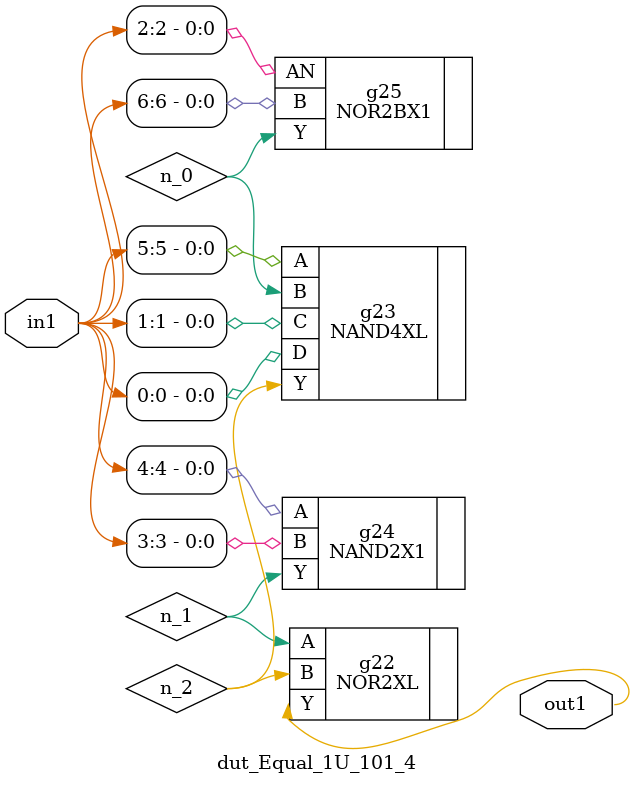
<source format=v>
`timescale 1ps / 1ps


module dut_Equal_1U_101_4(in1, out1);
  input [6:0] in1;
  output out1;
  wire [6:0] in1;
  wire out1;
  wire n_0, n_1, n_2;
  NOR2XL g22(.A (n_1), .B (n_2), .Y (out1));
  NAND4XL g23(.A (in1[5]), .B (n_0), .C (in1[1]), .D (in1[0]), .Y
       (n_2));
  NAND2X1 g24(.A (in1[4]), .B (in1[3]), .Y (n_1));
  NOR2BX1 g25(.AN (in1[2]), .B (in1[6]), .Y (n_0));
endmodule



</source>
